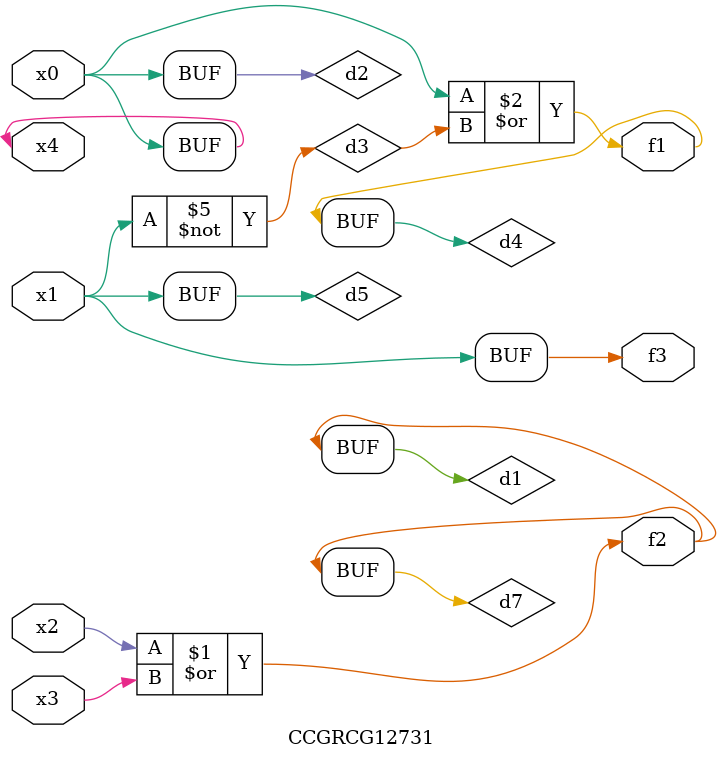
<source format=v>
module CCGRCG12731(
	input x0, x1, x2, x3, x4,
	output f1, f2, f3
);

	wire d1, d2, d3, d4, d5, d6, d7;

	or (d1, x2, x3);
	buf (d2, x0, x4);
	not (d3, x1);
	or (d4, d2, d3);
	not (d5, d3);
	nand (d6, d1, d3);
	or (d7, d1);
	assign f1 = d4;
	assign f2 = d7;
	assign f3 = d5;
endmodule

</source>
